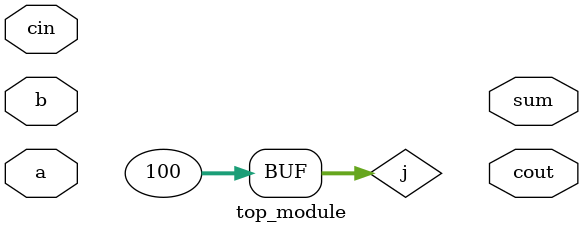
<source format=v>
module top_module( 
    input [99:0] a, b,
    input cin,
    output [99:0] cout,
    output [99:0] sum );

    integer j;

    always @(*) begin
        for (j = 0; j <= 99; j = j + 1) begin
            
        end
    end
endmodule

</source>
